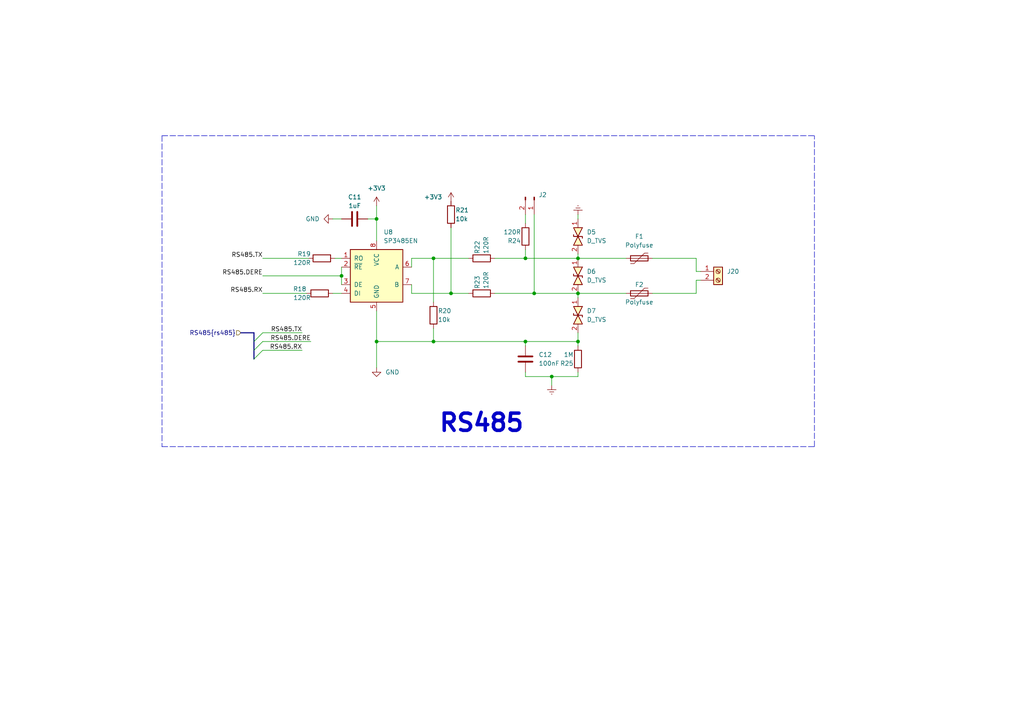
<source format=kicad_sch>
(kicad_sch (version 20211123) (generator eeschema)
  (paper "A4")
  (lib_symbols
    (symbol "Connector:Conn_01x02_Male" (pin_names (offset 1.016) hide)
      (property "Reference" "J" (at 0 2.54 0))
      (property "Value" "Conn_01x02_Male" (at 0 -5.08 0))
      (symbol "Conn_01x02_Male_1_1"
        (polyline (pts (xy 1.27 -2.54) (xy 0.8636 -2.54)) (stroke (width 0.1524)))
        (polyline (pts (xy 1.27 0) (xy 0.8636 0)) (stroke (width 0.1524)))
        (rectangle (start 0.8636 -2.413) (end 0 -2.667) (stroke (width 0.1524)) (fill (type outline)))
        (rectangle (start 0.8636 0.127) (end 0 -0.127) (stroke (width 0.1524)) (fill (type outline)))
        (pin passive line (at 5.08 0 180) (length 3.81) (name "Pin_1") (number "1"))
        (pin passive line (at 5.08 -2.54 180) (length 3.81) (name "Pin_2") (number "2"))
      )
    )
    (symbol "Connector:Screw_Terminal_01x02" (pin_names (offset 1.016) hide)
      (property "Reference" "J" (at 0 2.54 0))
      (property "Value" "Screw_Terminal_01x02" (at 0 -5.08 0))
      (symbol "Screw_Terminal_01x02_1_1"
        (rectangle (start -1.27 1.27) (end 1.27 -3.81) (stroke (width 0.254)) (fill (type background)))
        (circle (center 0 -2.54) (radius 0.635) (stroke (width 0.1524)))
        (polyline (pts (xy -0.5334 -2.2098) (xy 0.3302 -3.048)) (stroke (width 0.1524)))
        (polyline (pts (xy -0.5334 0.3302) (xy 0.3302 -0.508)) (stroke (width 0.1524)))
        (polyline (pts (xy -0.3556 -2.032) (xy 0.508 -2.8702)) (stroke (width 0.1524)))
        (polyline (pts (xy -0.3556 0.508) (xy 0.508 -0.3302)) (stroke (width 0.1524)))
        (circle (center 0 0) (radius 0.635) (stroke (width 0.1524)))
        (pin passive line (at -5.08 0 0) (length 3.81) (name "Pin_1") (number "1"))
        (pin passive line (at -5.08 -2.54 0) (length 3.81) (name "Pin_2") (number "2"))
      )
    )
    (symbol "Device:C" (pin_numbers hide) (pin_names (offset 0.254))
      (property "Reference" "C" (at 0.635 2.54 0))
      (property "Value" "C" (at 0.635 -2.54 0))
      (symbol "C_0_1"
        (polyline (pts (xy -2.032 -0.762) (xy 2.032 -0.762)) (stroke (width 0.508)))
        (polyline (pts (xy -2.032 0.762) (xy 2.032 0.762)) (stroke (width 0.508)))
      )
      (symbol "C_1_1"
        (pin passive line (at 0 3.81 270) (length 2.794) (name "~") (number "1"))
        (pin passive line (at 0 -3.81 90) (length 2.794) (name "~") (number "2"))
      )
    )
    (symbol "Device:Polyfuse" (pin_numbers hide) (pin_names (offset 0))
      (property "Reference" "F" (at -2.54 0 90))
      (property "Value" "Polyfuse" (at 2.54 0 90))
      (symbol "Polyfuse_0_1"
        (rectangle (start -0.762 2.54) (end 0.762 -2.54) (stroke (width 0.254)))
        (polyline (pts (xy 0 2.54) (xy 0 -2.54)))
        (polyline (pts (xy -1.524 2.54) (xy -1.524 1.524) (xy 1.524 -1.524) (xy 1.524 -2.54)))
      )
      (symbol "Polyfuse_1_1"
        (pin passive line (at 0 3.81 270) (length 1.27) (name "~") (number "1"))
        (pin passive line (at 0 -3.81 90) (length 1.27) (name "~") (number "2"))
      )
    )
    (symbol "Device:R" (pin_numbers hide) (pin_names (offset 0))
      (property "Reference" "R" (at 2.032 0 90))
      (property "Value" "R" (at 0 0 90))
      (symbol "R_0_1"
        (rectangle (start -1.016 -2.54) (end 1.016 2.54) (stroke (width 0.254)))
      )
      (symbol "R_1_1"
        (pin passive line (at 0 3.81 270) (length 1.27) (name "~") (number "1"))
        (pin passive line (at 0 -3.81 90) (length 1.27) (name "~") (number "2"))
      )
    )
    (symbol "IVS_SYMBOL_DIR:D_TVS"
      (property "Reference" "D" (at 0 2.286 0))
      (property "Value" "D_TVS" (at 0 -2.794 0))
      (symbol "D_TVS_0_1"
        (polyline (pts (xy -2.54 1.27) (xy 0 0) (xy -2.54 -1.27) (xy -2.54 1.27)) (stroke (width 0.254)) (fill (type background)))
        (polyline (pts (xy 0.508 1.27) (xy 0 1.27) (xy 0 -1.27) (xy -0.508 -1.27)) (stroke (width 0.254)))
        (polyline (pts (xy 2.54 -1.27) (xy 0 0) (xy 2.54 1.27) (xy 2.54 -1.27)) (stroke (width 0.254)) (fill (type background)))
      )
      (symbol "D_TVS_1_1"
        (pin passive line (at 5.08 0 180) (length 2.54) (name "") (number "1"))
        (pin passive line (at -5.08 0 0) (length 2.54) (name "") (number "2"))
      )
    )
    (symbol "Interface_UART:SP3485EN" (pin_names (offset 1.016))
      (property "Reference" "U" (at -7.62 8.89 0))
      (property "Value" "SP3485EN" (at 2.54 8.89 0))
      (symbol "SP3485EN_0_1"
        (rectangle (start -7.62 7.62) (end 7.62 -7.62) (stroke (width 0.254)) (fill (type background)))
      )
      (symbol "SP3485EN_1_1"
        (pin output line (at -10.16 5.08 0) (length 2.54) (name "RO") (number "1"))
        (pin input line (at -10.16 2.54 0) (length 2.54) (name "~{RE}") (number "2"))
        (pin input line (at -10.16 -2.54 0) (length 2.54) (name "DE") (number "3"))
        (pin input line (at -10.16 -5.08 0) (length 2.54) (name "DI") (number "4"))
        (pin power_in line (at 0 -10.16 90) (length 2.54) (name "GND") (number "5"))
        (pin bidirectional line (at 10.16 2.54 180) (length 2.54) (name "A") (number "6"))
        (pin bidirectional line (at 10.16 -2.54 180) (length 2.54) (name "B") (number "7"))
        (pin power_in line (at 0 10.16 270) (length 2.54) (name "VCC") (number "8"))
      )
    )
    (symbol "power:+3V3" (power) (pin_names (offset 0))
      (property "Value" "+3V3" (at 0 3.556 0))
      (symbol "+3V3_0_1"
        (polyline (pts (xy -0.762 1.27) (xy 0 2.54)))
        (polyline (pts (xy 0 0) (xy 0 2.54)))
        (polyline (pts (xy 0 2.54) (xy 0.762 1.27)))
      )
      (symbol "+3V3_1_1"
        (pin power_in line (at 0 0 90) (length 0) hide (name "+3V3") (number "1"))
      )
    )
    (symbol "power:Earth" (power) (pin_names (offset 0))
      (symbol "Earth_0_1"
        (polyline (pts (xy -0.635 -1.905) (xy 0.635 -1.905)))
        (polyline (pts (xy -0.127 -2.54) (xy 0.127 -2.54)))
        (polyline (pts (xy 0 -1.27) (xy 0 0)))
        (polyline (pts (xy 1.27 -1.27) (xy -1.27 -1.27)))
      )
      (symbol "Earth_1_1"
        (pin power_in line (at 0 0 270) (length 0) hide (name "Earth") (number "1"))
      )
    )
    (symbol "power:GND" (power) (pin_names (offset 0))
      (property "Value" "GND" (at 0 -3.81 0))
      (symbol "GND_0_1"
        (polyline (pts (xy 0 0) (xy 0 -1.27) (xy 1.27 -1.27) (xy 0 -2.54) (xy -1.27 -1.27) (xy 0 -1.27)))
      )
      (symbol "GND_1_1"
        (pin power_in line (at 0 0 270) (length 0) hide (name "GND") (number "1"))
      )
    )
  )
  (junction (at 167.64 74.93))
  (junction (at 160.02 109.22))
  (junction (at 152.4 99.06))
  (junction (at 125.73 99.06))
  (junction (at 99.06 80.01))
  (junction (at 167.64 99.06))
  (junction (at 109.22 99.06))
  (junction (at 154.94 85.09))
  (junction (at 167.64 85.09))
  (junction (at 152.4 74.93))
  (junction (at 130.81 85.09))
  (junction (at 109.22 63.5))
  (junction (at 125.73 74.93))
  (bus_entry (at 76.2 96.52) (size -2.54 2.54))
  (bus_entry (at 76.2 99.06) (size -2.54 2.54))
  (bus_entry (at 76.2 101.6) (size -2.54 2.54))
  (wire (pts (xy 125.73 74.93) (xy 135.89 74.93)))
  (wire (pts (xy 201.93 81.28) (xy 203.2 81.28)))
  (wire (pts (xy 76.2 96.52) (xy 87.63 96.52)))
  (wire (pts (xy 167.64 73.66) (xy 167.64 74.93)))
  (wire (pts (xy 152.4 72.39) (xy 152.4 74.93)))
  (wire (pts (xy 160.02 109.22) (xy 167.64 109.22)))
  (polyline (pts (xy 46.99 129.54) (xy 236.22 129.54)))
  (wire (pts (xy 167.64 85.09) (xy 167.64 86.36)))
  (wire (pts (xy 119.38 74.93) (xy 125.73 74.93)))
  (wire (pts (xy 201.93 85.09) (xy 201.93 81.28)))
  (wire (pts (xy 167.64 74.93) (xy 181.61 74.93)))
  (wire (pts (xy 201.93 74.93) (xy 201.93 78.74)))
  (wire (pts (xy 99.06 80.01) (xy 99.06 82.55)))
  (wire (pts (xy 97.155 74.93) (xy 99.06 74.93)))
  (wire (pts (xy 152.4 74.93) (xy 167.64 74.93)))
  (polyline (pts (xy 46.99 39.37) (xy 46.99 129.54)))
  (wire (pts (xy 143.51 74.93) (xy 152.4 74.93)))
  (wire (pts (xy 109.22 59.69) (xy 109.22 63.5)))
  (wire (pts (xy 130.81 66.04) (xy 130.81 85.09)))
  (wire (pts (xy 96.52 63.5) (xy 99.06 63.5)))
  (wire (pts (xy 143.51 85.09) (xy 154.94 85.09)))
  (wire (pts (xy 106.68 63.5) (xy 109.22 63.5)))
  (wire (pts (xy 125.73 99.06) (xy 152.4 99.06)))
  (wire (pts (xy 160.02 109.22) (xy 160.02 111.76)))
  (wire (pts (xy 167.64 85.09) (xy 181.61 85.09)))
  (polyline (pts (xy 46.99 39.37) (xy 236.22 39.37)))
  (wire (pts (xy 125.73 74.93) (xy 125.73 87.63)))
  (wire (pts (xy 119.38 82.55) (xy 119.38 85.09)))
  (wire (pts (xy 152.4 99.06) (xy 152.4 100.33)))
  (wire (pts (xy 119.38 77.47) (xy 119.38 74.93)))
  (wire (pts (xy 189.23 74.93) (xy 201.93 74.93)))
  (wire (pts (xy 152.4 109.22) (xy 160.02 109.22)))
  (wire (pts (xy 109.22 99.06) (xy 125.73 99.06)))
  (bus (pts (xy 73.66 104.14) (xy 73.66 101.6)))
  (wire (pts (xy 201.93 78.74) (xy 203.2 78.74)))
  (wire (pts (xy 99.06 77.47) (xy 99.06 80.01)))
  (wire (pts (xy 152.4 62.23) (xy 152.4 64.77)))
  (wire (pts (xy 189.23 85.09) (xy 201.93 85.09)))
  (wire (pts (xy 154.94 62.23) (xy 154.94 85.09)))
  (wire (pts (xy 76.2 101.6) (xy 87.63 101.6)))
  (wire (pts (xy 130.81 85.09) (xy 135.89 85.09)))
  (wire (pts (xy 167.64 107.95) (xy 167.64 109.22)))
  (wire (pts (xy 154.94 85.09) (xy 167.64 85.09)))
  (bus (pts (xy 73.66 99.06) (xy 73.66 96.52)))
  (wire (pts (xy 167.64 62.23) (xy 167.64 63.5)))
  (wire (pts (xy 76.2 80.01) (xy 99.06 80.01)))
  (wire (pts (xy 119.38 85.09) (xy 130.81 85.09)))
  (wire (pts (xy 109.22 99.06) (xy 109.22 90.17)))
  (wire (pts (xy 125.73 95.25) (xy 125.73 99.06)))
  (wire (pts (xy 76.2 74.93) (xy 89.535 74.93)))
  (bus (pts (xy 69.85 96.52) (xy 73.66 96.52)))
  (wire (pts (xy 109.22 63.5) (xy 109.22 69.85)))
  (wire (pts (xy 152.4 107.95) (xy 152.4 109.22)))
  (wire (pts (xy 96.52 85.09) (xy 99.06 85.09)))
  (wire (pts (xy 76.2 99.06) (xy 90.17 99.06)))
  (wire (pts (xy 76.2 85.09) (xy 88.9 85.09)))
  (wire (pts (xy 167.64 99.06) (xy 167.64 100.33)))
  (wire (pts (xy 109.22 106.68) (xy 109.22 99.06)))
  (wire (pts (xy 167.64 96.52) (xy 167.64 99.06)))
  (wire (pts (xy 152.4 99.06) (xy 167.64 99.06)))
  (polyline (pts (xy 236.22 129.54) (xy 236.22 39.37)))
  (bus (pts (xy 73.66 101.6) (xy 73.66 99.06)))
  (text "RS485" (at 127 125.73 0) (effects (font (size 5 5) bold) (justify left bottom)))
  (label "RS485.RX" (at 87.63 101.6 180))
  (label "RS485.TX" (at 76.2 74.93 180))
  (label "RS485.RX" (at 76.2 85.09 180))
  (label "RS485.DERE" (at 90.17 99.06 180))
  (label "RS485.DERE" (at 76.2 80.01 180))
  (label "RS485.TX" (at 87.63 96.52 180))
  (hierarchical_label "RS485{rs485}" (shape input) (at 69.85 96.52 180))
  (symbol (lib_id "power:GND") (at 96.52 63.5 270) (unit 1)
    (property "Reference" "#PWR0149" (effects hide))
    (property "Value" "GND" (at 92.71 63.4999 90) (effects (justify right)))
  )
  (symbol (lib_id "Device:R") (at 139.7 85.09 90) (unit 1)
    (property "Reference" "R23" (at 138.43 83.82 0) (effects (justify left)))
    (property "Value" "120R" (at 140.97 83.82 0) (effects (justify left)))
    (property "Footprint" "IVS_FOOTPRINTS:R0603" (effects hide))
  )
  (symbol (lib_id "Device:C") (at 102.87 63.5 90) (unit 1)
    (property "Reference" "C11" (at 102.8763 57.15 90))
    (property "Value" "1uF" (at 102.8763 59.69 90))
    (property "Footprint" "IVS_FOOTPRINTS:C0603" (effects hide))
  )
  (symbol (lib_id "Device:R") (at 139.7 74.93 90) (unit 1)
    (property "Reference" "R22" (at 138.43 73.66 0) (effects (justify left)))
    (property "Value" "120R" (at 140.97 73.66 0) (effects (justify left)))
    (property "Footprint" "IVS_FOOTPRINTS:R0603" (effects hide))
  )
  (symbol (lib_id "IVS_SYMBOL_DIR:D_TVS") (at 167.64 91.44 90) (unit 1)
    (property "Reference" "D7" (at 170.18 90.1699 90) (effects (justify right)))
    (property "Value" "D_TVS" (at 170.18 92.7099 90) (effects (justify right)))
  )
  (symbol (lib_id "power:+3V3") (at 109.22 59.69 0) (unit 1)
    (property "Reference" "#PWR0152" (effects hide))
    (property "Value" "+3V3" (at 109.22 54.61 0))
  )
  (symbol (lib_id "power:GND") (at 109.22 106.68 0) (unit 1)
    (property "Reference" "#PWR0150" (effects hide))
    (property "Value" "GND" (at 111.76 107.9499 0) (effects (justify left)))
  )
  (symbol (lib_id "Device:R") (at 125.73 91.44 0) (unit 1)
    (property "Reference" "R20" (at 127 90.17 0) (effects (justify left)))
    (property "Value" "10k" (at 127 92.71 0) (effects (justify left)))
    (property "Footprint" "IVS_FOOTPRINTS:R0603" (effects hide))
  )
  (symbol (lib_id "IVS_SYMBOL_DIR:D_TVS") (at 167.64 80.01 90) (unit 1)
    (property "Reference" "D6" (at 170.18 78.7399 90) (effects (justify right)))
    (property "Value" "D_TVS" (at 170.18 81.2799 90) (effects (justify right)))
  )
  (symbol (lib_id "Device:R") (at 167.64 104.14 180) (unit 1)
    (property "Reference" "R25" (at 166.37 105.41 0) (effects (justify left)))
    (property "Value" "1M" (at 166.37 102.87 0) (effects (justify left)))
    (property "Footprint" "IVS_FOOTPRINTS:R0603" (effects hide))
  )
  (symbol (lib_id "Device:C") (at 152.4 104.14 180) (unit 1)
    (property "Reference" "C12" (at 156.21 102.8699 0) (effects (justify right)))
    (property "Value" "100nF" (at 156.21 105.4099 0) (effects (justify right)))
    (property "Footprint" "IVS_FOOTPRINTS:C0603" (effects hide))
  )
  (symbol (lib_id "Connector:Conn_01x02_Male") (at 154.94 57.15 270) (unit 1)
    (property "Reference" "J2" (at 156.21 56.5149 90) (effects (justify left)))
    (property "Value" "Conn_01x02_Male" (effects hide))
    (property "Footprint" "Connector_PinHeader_2.54mm:PinHeader_1x02_P2.54mm_Vertical" (effects hide))
  )
  (symbol (lib_id "Device:R") (at 92.71 85.09 90) (unit 1)
    (property "Reference" "R18" (at 88.9 83.82 90) (effects (justify left)))
    (property "Value" "120R" (at 90.17 86.36 90) (effects (justify left)))
    (property "Footprint" "IVS_FOOTPRINTS:R0603" (effects hide))
  )
  (symbol (lib_id "power:Earth") (at 167.64 62.23 180) (unit 1)
    (property "Reference" "#PWR0142" (effects hide))
    (property "Value" "Earth" (effects hide))
  )
  (symbol (lib_id "Device:Polyfuse") (at 185.42 85.09 90) (unit 1)
    (property "Reference" "F2" (at 185.42 82.55 90))
    (property "Value" "Polyfuse" (at 185.42 87.63 90))
  )
  (symbol (lib_id "power:Earth") (at 160.02 111.76 0) (unit 1)
    (property "Reference" "#PWR0151" (effects hide))
    (property "Value" "Earth" (effects hide))
  )
  (symbol (lib_id "Connector:Screw_Terminal_01x02") (at 208.28 78.74 0) (unit 1)
    (property "Reference" "J20" (at 210.82 78.7399 0) (effects (justify left)))
    (property "Value" "Screw_Terminal_01x02" (effects hide))
  )
  (symbol (lib_id "Device:Polyfuse") (at 185.42 74.93 90) (unit 1)
    (property "Reference" "F1" (at 185.42 68.58 90))
    (property "Value" "Polyfuse" (at 185.42 71.12 90))
  )
  (symbol (lib_id "Device:R") (at 93.345 74.93 90) (unit 1)
    (property "Reference" "R19" (at 90.17 73.66 90) (effects (justify left)))
    (property "Value" "120R" (at 90.17 76.2 90) (effects (justify left)))
    (property "Footprint" "IVS_FOOTPRINTS:R0603" (effects hide))
  )
  (symbol (lib_id "IVS_SYMBOL_DIR:D_TVS") (at 167.64 68.58 90) (unit 1)
    (property "Reference" "D5" (at 170.18 67.3099 90) (effects (justify right)))
    (property "Value" "D_TVS" (at 170.18 69.8499 90) (effects (justify right)))
  )
  (symbol (lib_id "Device:R") (at 130.81 62.23 0) (unit 1)
    (property "Reference" "R21" (at 132.08 60.96 0) (effects (justify left)))
    (property "Value" "10k" (at 132.08 63.5 0) (effects (justify left)))
    (property "Footprint" "IVS_FOOTPRINTS:R0603" (effects hide))
  )
  (symbol (lib_id "power:+3V3") (at 130.81 58.42 0) (unit 1)
    (property "Reference" "#PWR0154" (effects hide))
    (property "Value" "+3V3" (at 128.27 57.1501 0) (effects (justify right)))
  )
  (symbol (lib_id "Device:R") (at 152.4 68.58 180) (unit 1)
    (property "Reference" "R24" (at 151.13 69.85 0) (effects (justify left)))
    (property "Value" "120R" (at 151.13 67.31 0) (effects (justify left)))
    (property "Footprint" "IVS_FOOTPRINTS:R0603" (effects hide))
  )
  (symbol (lib_id "Interface_UART:SP3485EN") (at 109.22 80.01 0) (unit 1)
    (property "Reference" "U8" (at 111.2394 67.31 0) (effects (justify left)))
    (property "Value" "SP3485EN" (at 111.2394 69.85 0) (effects (justify left)))
    (property "Footprint" "Package_SO:SOIC-8_3.9x4.9mm_P1.27mm" (effects hide))
    (property "Datasheet" "http://www.icbase.com/pdf/SPX/SPX00480106.pdf" (effects hide))
  )
)
</source>
